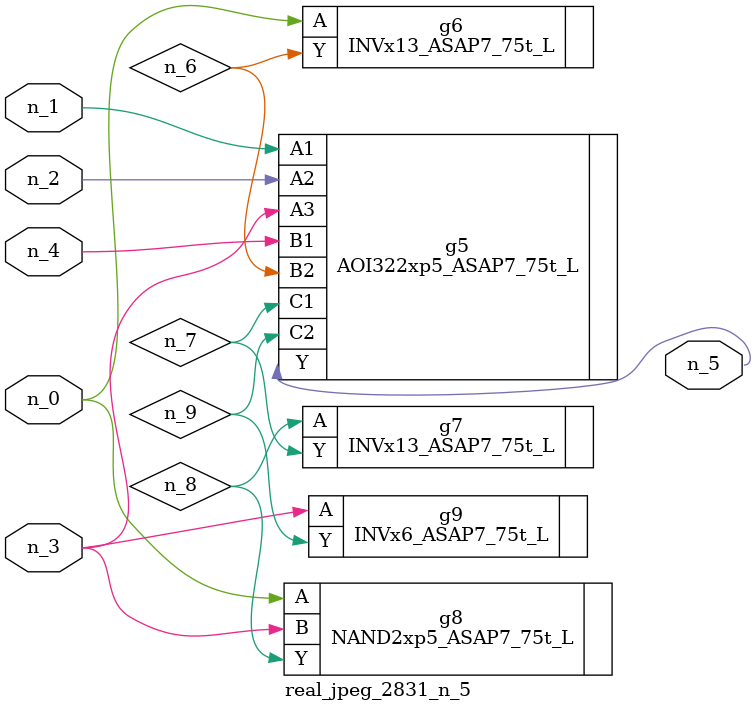
<source format=v>
module real_jpeg_2831_n_5 (n_4, n_0, n_1, n_2, n_3, n_5);

input n_4;
input n_0;
input n_1;
input n_2;
input n_3;

output n_5;

wire n_8;
wire n_6;
wire n_7;
wire n_9;

INVx13_ASAP7_75t_L g6 ( 
.A(n_0),
.Y(n_6)
);

NAND2xp5_ASAP7_75t_L g8 ( 
.A(n_0),
.B(n_3),
.Y(n_8)
);

AOI322xp5_ASAP7_75t_L g5 ( 
.A1(n_1),
.A2(n_2),
.A3(n_3),
.B1(n_4),
.B2(n_6),
.C1(n_7),
.C2(n_9),
.Y(n_5)
);

INVx6_ASAP7_75t_L g9 ( 
.A(n_3),
.Y(n_9)
);

INVx13_ASAP7_75t_L g7 ( 
.A(n_8),
.Y(n_7)
);


endmodule
</source>
